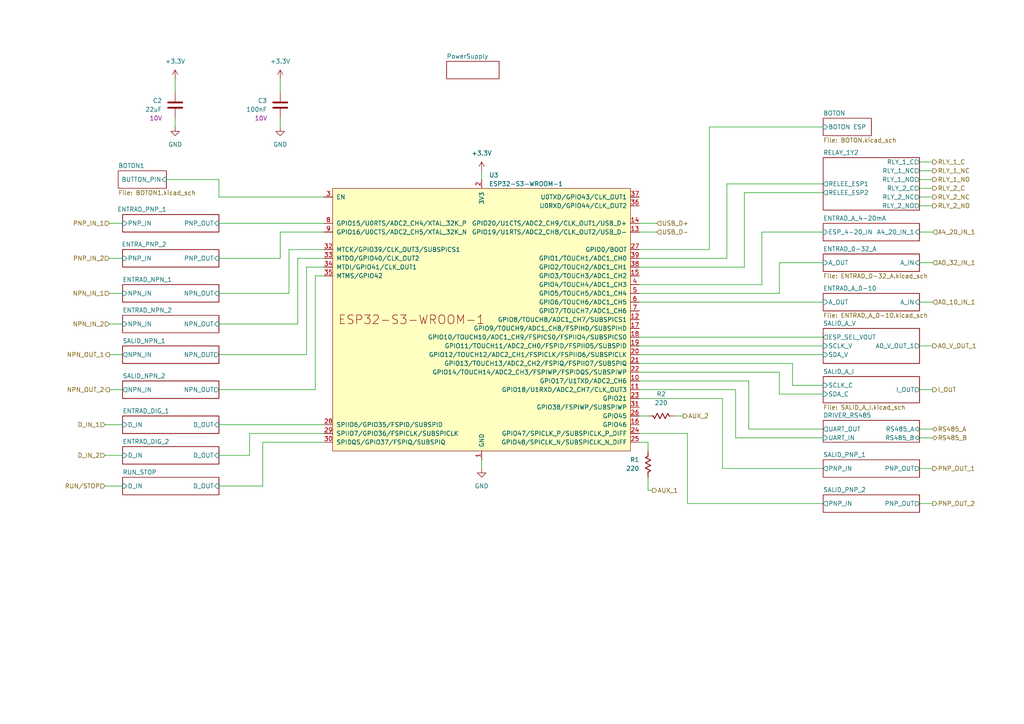
<source format=kicad_sch>
(kicad_sch (version 20250114) (generator "eeschema") (generator_version "9.0")
  (paper "A4")
  (lib_symbols
    (symbol "EasyEDA:+3.3V" (power) (pin_numbers (hide yes)) (pin_names (offset 0) (hide yes))
      (property "Value" "+3.3V" (at 0 3.556 0))
      (symbol "+3.3V_0_1"
        (polyline (pts (xy -0.762 1.27) (xy 0 2.54)))
        (polyline (pts (xy 0 2.54) (xy 0.762 1.27)))
        (polyline (pts (xy 0 0) (xy 0 2.54)))
      )
      (symbol "+3.3V_1_1"
        (pin power_in line (at 0 0 90) (length 0) (name "~") (number "1"))
      )
    )
    (symbol "EasyEDA:C_0603" (pin_numbers (hide yes)) (pin_names (offset 0.254))
      (property "Reference" "C" (at 0.635 2.54 0))
      (property "Value" "C_0603" (at 0.635 -2.54 0))
      (symbol "C_0603_0_1"
        (polyline (pts (xy -2.032 0.762) (xy 2.032 0.762)) (stroke (width 0.508)))
        (polyline (pts (xy -2.032 -0.762) (xy 2.032 -0.762)) (stroke (width 0.508)))
      )
      (symbol "C_0603_0_2"
        (polyline (pts (xy -2.54 -2.54) (xy -0.381 -0.381)))
        (polyline (pts (xy -0.508 -0.508) (xy -1.651 0.635)) (stroke (width 0.508)))
        (polyline (pts (xy -0.508 -0.508) (xy 0.635 -1.651)) (stroke (width 0.508)))
        (polyline (pts (xy 0.381 0.381) (xy 2.54 2.54)))
        (polyline (pts (xy 0.508 0.508) (xy -0.635 1.651)) (stroke (width 0.508)))
        (polyline (pts (xy 0.508 0.508) (xy 1.651 -0.635)) (stroke (width 0.508)))
      )
      (symbol "C_0603_1_1"
        (pin passive line (at 0 3.81 270) (length 2.794) (name "~") (number "1"))
        (pin passive line (at 0 -3.81 90) (length 2.794) (name "~") (number "2"))
      )
      (symbol "C_0603_1_2"
        (pin passive line (at -2.54 -2.54 90) (length 0) (name "~") (number "2"))
        (pin passive line (at 2.54 2.54 270) (length 0) (name "~") (number "1"))
      )
    )
    (symbol "EasyEDA:ESP32-S3-WROOM-1" (pin_names (offset 1.016))
      (property "Reference" "U" (at -43.18 43.18 0))
      (property "Value" "ESP32-S3-WROOM-1" (at -43.18 40.64 0))
      (symbol "ESP32-S3-WROOM-1_0_0"
        (text "ESP32-S3-WROOM-1" (at -20.32 0 0) (effects (font (size 2.54 2.54))))
        (pin input line (at -45.72 35.56 0) (length 2.54) (name "EN") (number "3"))
        (pin bidirectional line (at -45.72 27.94 0) (length 2.54) (name "GPIO15/U0RTS/ADC2_CH4/XTAL_32K_P") (number "8"))
        (pin bidirectional line (at -45.72 25.4 0) (length 2.54) (name "GPIO16/U0CTS/ADC2_CH5/XTAL_32K_N") (number "9"))
        (pin bidirectional line (at -45.72 20.32 0) (length 2.54) (name "MTCK/GPIO39/CLK_OUT3/SUBSPICS1") (number "32"))
        (pin bidirectional line (at -45.72 17.78 0) (length 2.54) (name "MTDO/GPIO40/CLK_OUT2") (number "33"))
        (pin bidirectional line (at -45.72 15.24 0) (length 2.54) (name "MTDI/GPIO41/CLK_OUT1") (number "34"))
        (pin bidirectional line (at -45.72 12.7 0) (length 2.54) (name "MTMS/GPIO42") (number "35"))
        (pin bidirectional line (at -45.72 -30.48 0) (length 2.54) (name "SPIIO6/GPIO35/FSPID/SUBSPID") (number "28"))
        (pin bidirectional line (at -45.72 -33.02 0) (length 2.54) (name "SPIIO7/GPIO36/FSPICLK/SUBSPICLK") (number "29"))
        (pin bidirectional line (at -45.72 -35.56 0) (length 2.54) (name "SPIDQS/GPIO37/FSPIQ/SUBSPIQ") (number "30"))
        (pin power_in line (at 0 40.64 270) (length 2.54) (name "3V3") (number "2"))
        (pin power_in line (at 0 -40.64 90) (length 2.54) (name "GND") (number "1"))
        (pin passive line (at 0 -40.64 90) (length 2.54) (hide yes) (name "GND") (number "40"))
        (pin passive line (at 0 -40.64 90) (length 2.54) (hide yes) (name "GND") (number "41"))
        (pin bidirectional line (at 45.72 35.56 180) (length 2.54) (name "U0TXD/GPIO43/CLK_OUT1") (number "37"))
        (pin bidirectional line (at 45.72 33.02 180) (length 2.54) (name "U0RXD/GPIO44/CLK_OUT2") (number "36"))
        (pin bidirectional line (at 45.72 27.94 180) (length 2.54) (name "GPIO20/U1CTS/ADC2_CH9/CLK_OUT1/USB_D+") (number "14"))
        (pin bidirectional line (at 45.72 25.4 180) (length 2.54) (name "GPIO19/U1RTS/ADC2_CH8/CLK_OUT2/USB_D-") (number "13"))
        (pin bidirectional line (at 45.72 20.32 180) (length 2.54) (name "GPIO0/BOOT") (number "27"))
        (pin bidirectional line (at 45.72 17.78 180) (length 2.54) (name "GPIO1/TOUCH1/ADC1_CH0") (number "39"))
        (pin bidirectional line (at 45.72 15.24 180) (length 2.54) (name "GPIO2/TOUCH2/ADC1_CH1") (number "38"))
        (pin bidirectional line (at 45.72 12.7 180) (length 2.54) (name "GPIO3/TOUCH3/ADC1_CH2") (number "15"))
        (pin bidirectional line (at 45.72 10.16 180) (length 2.54) (name "GPIO4/TOUCH4/ADC1_CH3") (number "4"))
        (pin bidirectional line (at 45.72 7.62 180) (length 2.54) (name "GPIO5/TOUCH5/ADC1_CH4") (number "5"))
        (pin bidirectional line (at 45.72 5.08 180) (length 2.54) (name "GPIO6/TOUCH6/ADC1_CH5") (number "6"))
        (pin bidirectional line (at 45.72 2.54 180) (length 2.54) (name "GPIO7/TOUCH7/ADC1_CH6") (number "7"))
        (pin bidirectional line (at 45.72 0 180) (length 2.54) (name "GPIO8/TOUCH8/ADC1_CH7/SUBSPICS1") (number "12"))
        (pin bidirectional line (at 45.72 -2.54 180) (length 2.54) (name "GPIO9/TOUCH9/ADC1_CH8/FSPIHD/SUBSPIHD") (number "17"))
        (pin bidirectional line (at 45.72 -5.08 180) (length 2.54) (name "GPIO10/TOUCH10/ADC1_CH9/FSPICS0/FSPIIO4/SUBSPICS0") (number "18"))
        (pin bidirectional line (at 45.72 -7.62 180) (length 2.54) (name "GPIO11/TOUCH11/ADC2_CH0/FSPID/FSPIIO5/SUBSPID") (number "19"))
        (pin bidirectional line (at 45.72 -10.16 180) (length 2.54) (name "GPIO12/TOUCH12/ADC2_CH1/FSPICLK/FSPIIO6/SUBSPICLK") (number "20"))
        (pin bidirectional line (at 45.72 -12.7 180) (length 2.54) (name "GPIO13/TOUCH13/ADC2_CH2/FSPIQ/FSPIIO7/SUBSPIQ") (number "21"))
        (pin bidirectional line (at 45.72 -15.24 180) (length 2.54) (name "GPIO14/TOUCH14/ADC2_CH3/FSPIWP/FSPIDQS/SUBSPIWP") (number "22"))
        (pin bidirectional line (at 45.72 -17.78 180) (length 2.54) (name "GPIO17/U1TXD/ADC2_CH6") (number "10"))
        (pin bidirectional line (at 45.72 -20.32 180) (length 2.54) (name "GPIO18/U1RXD/ADC2_CH7/CLK_OUT3") (number "11"))
        (pin bidirectional line (at 45.72 -22.86 180) (length 2.54) (name "GPIO21") (number "23"))
        (pin bidirectional line (at 45.72 -25.4 180) (length 2.54) (name "GPIO38/FSPIWP/SUBSPIWP") (number "31"))
        (pin bidirectional line (at 45.72 -27.94 180) (length 2.54) (name "GPIO45") (number "26"))
        (pin bidirectional line (at 45.72 -30.48 180) (length 2.54) (name "GPIO46") (number "16"))
        (pin bidirectional line (at 45.72 -33.02 180) (length 2.54) (name "GPIO47/SPICLK_P/SUBSPICLK_P_DIFF") (number "24"))
        (pin bidirectional line (at 45.72 -35.56 180) (length 2.54) (name "GPIO48/SPICLK_N/SUBSPICLK_N_DIFF") (number "25"))
      )
      (symbol "ESP32-S3-WROOM-1_0_1"
        (rectangle (start -43.18 38.1) (end 43.18 -38.1) (fill (type background)))
      )
    )
    (symbol "EasyEDA:GND" (power) (pin_numbers (hide yes)) (pin_names (offset 0) (hide yes))
      (property "Value" "GND" (at 0 -3.81 0))
      (symbol "GND_0_1"
        (polyline (pts (xy 0 0) (xy 0 -1.27) (xy 1.27 -1.27) (xy 0 -2.54) (xy -1.27 -1.27) (xy 0 -1.27)))
      )
      (symbol "GND_1_1"
        (pin power_in line (at 0 0 270) (length 0) (name "~") (number "1"))
      )
    )
    (symbol "EasyEDA:R_0603" (pin_numbers (hide yes)) (pin_names (offset 0))
      (property "Reference" "R" (at 2.54 1.27 0))
      (property "Value" "R_0603" (at 2.54 -1.27 0))
      (symbol "R_0603_0_1"
        (polyline (pts (xy 0 2.286) (xy 0 2.54)) (stroke (width 0.254)))
        (polyline (pts (xy 0 2.286) (xy 0.762 1.905) (xy -0.762 1.143) (xy 0 0.762) (xy 0.762 0.381) (xy 0 0) (xy -0.762 -0.381) (xy 0 -0.762) (xy 0.762 -1.143) (xy 0 -1.524) (xy -0.762 -1.905) (xy 0 -2.286)) (stroke (width 0.254)))
        (polyline (pts (xy 0 -2.286) (xy 0 -2.54)) (stroke (width 0.254)))
      )
      (symbol "R_0603_0_2"
        (polyline (pts (xy -2.54 -2.54) (xy -1.778 -1.778)))
        (polyline (pts (xy -1.778 -1.778) (xy -1.524 -1.524)) (stroke (width 0.254)))
        (polyline (pts (xy -1.524 -1.524) (xy -1.778 -0.762) (xy -1.016 -1.016)) (stroke (width 0.254)))
        (polyline (pts (xy -0.508 -0.508) (xy -0.762 0.254) (xy 0 0)) (stroke (width 0.254)))
        (polyline (pts (xy -0.508 -0.508) (xy -0.254 -1.27) (xy -1.016 -1.016)) (stroke (width 0.254)))
        (polyline (pts (xy 0.508 0.508) (xy 0.254 1.27) (xy 1.016 1.016)) (stroke (width 0.254)))
        (polyline (pts (xy 0.508 0.508) (xy 0.762 -0.254) (xy 0 0)) (stroke (width 0.254)))
        (polyline (pts (xy 1.524 1.524) (xy 1.778 0.762) (xy 1.016 1.016)) (stroke (width 0.254)))
        (polyline (pts (xy 1.778 1.778) (xy 1.524 1.524)) (stroke (width 0.254)))
        (polyline (pts (xy 1.778 1.778) (xy 2.54 2.54)))
      )
      (symbol "R_0603_1_1"
        (pin passive line (at 0 3.81 270) (length 1.27) (name "~") (number "1"))
        (pin passive line (at 0 -3.81 90) (length 1.27) (name "~") (number "2"))
      )
      (symbol "R_0603_1_2"
        (pin passive line (at -2.54 -2.54 0) (length 0) (name "") (number "2"))
        (pin passive line (at 2.54 2.54 180) (length 0) (name "") (number "1"))
      )
    )
  )
  (wire (pts (xy 30.48 123.19) (xy 35.56 123.19)))
  (wire (pts (xy 50.8 34.29) (xy 50.8 36.83)))
  (wire (pts (xy 81.28 67.31) (xy 93.98 67.31)))
  (wire (pts (xy 187.96 138.43) (xy 187.96 142.24)))
  (wire (pts (xy 81.28 22.86) (xy 81.28 26.67)))
  (wire (pts (xy 205.74 36.83) (xy 238.76 36.83)))
  (wire (pts (xy 226.06 76.2) (xy 226.06 85.09)))
  (wire (pts (xy 226.06 76.2) (xy 238.76 76.2)))
  (wire (pts (xy 266.7 87.63) (xy 270.51 87.63)))
  (wire (pts (xy 213.36 127) (xy 238.76 127)))
  (wire (pts (xy 199.39 125.73) (xy 199.39 146.05)))
  (wire (pts (xy 229.87 111.76) (xy 238.76 111.76)))
  (wire (pts (xy 215.9 77.47) (xy 185.42 77.47)))
  (wire (pts (xy 266.7 113.03) (xy 270.51 113.03)))
  (wire (pts (xy 266.7 49.53) (xy 270.51 49.53)))
  (wire (pts (xy 266.7 59.69) (xy 270.51 59.69)))
  (wire (pts (xy 139.7 49.53) (xy 139.7 52.07)))
  (wire (pts (xy 81.28 74.93) (xy 81.28 67.31)))
  (wire (pts (xy 83.82 85.09) (xy 83.82 72.39)))
  (wire (pts (xy 220.98 67.31) (xy 238.76 67.31)))
  (wire (pts (xy 190.5 67.31) (xy 185.42 67.31)))
  (wire (pts (xy 88.9 102.87) (xy 88.9 77.47)))
  (wire (pts (xy 91.44 80.01) (xy 91.44 113.03)))
  (wire (pts (xy 213.36 127) (xy 213.36 113.03)))
  (wire (pts (xy 31.75 93.98) (xy 35.56 93.98)))
  (wire (pts (xy 187.96 128.27) (xy 185.42 128.27)))
  (wire (pts (xy 266.7 57.15) (xy 270.51 57.15)))
  (wire (pts (xy 63.5 74.93) (xy 81.28 74.93)))
  (wire (pts (xy 72.39 132.08) (xy 63.5 132.08)))
  (wire (pts (xy 88.9 77.47) (xy 93.98 77.47)))
  (wire (pts (xy 48.26 52.07) (xy 63.5 52.07)))
  (wire (pts (xy 199.39 125.73) (xy 185.42 125.73)))
  (wire (pts (xy 266.7 127) (xy 270.51 127)))
  (wire (pts (xy 210.82 74.93) (xy 185.42 74.93)))
  (wire (pts (xy 266.7 76.2) (xy 270.51 76.2)))
  (wire (pts (xy 226.06 85.09) (xy 185.42 85.09)))
  (wire (pts (xy 187.96 130.81) (xy 187.96 128.27)))
  (wire (pts (xy 190.5 64.77) (xy 185.42 64.77)))
  (wire (pts (xy 63.5 123.19) (xy 93.98 123.19)))
  (wire (pts (xy 217.17 124.46) (xy 217.17 110.49)))
  (wire (pts (xy 86.36 74.93) (xy 86.36 93.98)))
  (wire (pts (xy 139.7 133.35) (xy 139.7 135.89)))
  (wire (pts (xy 229.87 105.41) (xy 229.87 111.76)))
  (wire (pts (xy 266.7 67.31) (xy 270.51 67.31)))
  (wire (pts (xy 86.36 74.93) (xy 93.98 74.93)))
  (wire (pts (xy 91.44 80.01) (xy 93.98 80.01)))
  (wire (pts (xy 81.28 34.29) (xy 81.28 36.83)))
  (wire (pts (xy 209.55 115.57) (xy 209.55 135.89)))
  (wire (pts (xy 226.06 114.3) (xy 238.76 114.3)))
  (wire (pts (xy 209.55 115.57) (xy 185.42 115.57)))
  (wire (pts (xy 213.36 113.03) (xy 185.42 113.03)))
  (wire (pts (xy 50.8 22.86) (xy 50.8 26.67)))
  (wire (pts (xy 31.75 85.09) (xy 35.56 85.09)))
  (wire (pts (xy 93.98 125.73) (xy 72.39 125.73)))
  (wire (pts (xy 210.82 53.34) (xy 238.76 53.34)))
  (wire (pts (xy 185.42 120.65) (xy 187.96 120.65)))
  (wire (pts (xy 63.5 52.07) (xy 63.5 57.15)))
  (wire (pts (xy 217.17 110.49) (xy 185.42 110.49)))
  (wire (pts (xy 266.7 46.99) (xy 270.51 46.99)))
  (wire (pts (xy 76.2 140.97) (xy 63.5 140.97)))
  (wire (pts (xy 266.7 52.07) (xy 270.51 52.07)))
  (wire (pts (xy 63.5 64.77) (xy 93.98 64.77)))
  (wire (pts (xy 215.9 55.88) (xy 215.9 77.47)))
  (wire (pts (xy 31.75 74.93) (xy 35.56 74.93)))
  (wire (pts (xy 215.9 55.88) (xy 238.76 55.88)))
  (wire (pts (xy 93.98 128.27) (xy 76.2 128.27)))
  (wire (pts (xy 209.55 135.89) (xy 238.76 135.89)))
  (wire (pts (xy 266.7 54.61) (xy 270.51 54.61)))
  (wire (pts (xy 266.7 100.33) (xy 270.51 100.33)))
  (wire (pts (xy 185.42 100.33) (xy 238.76 100.33)))
  (wire (pts (xy 83.82 72.39) (xy 93.98 72.39)))
  (wire (pts (xy 31.75 113.03) (xy 35.56 113.03)))
  (wire (pts (xy 63.5 113.03) (xy 91.44 113.03)))
  (wire (pts (xy 226.06 107.95) (xy 226.06 114.3)))
  (wire (pts (xy 185.42 107.95) (xy 226.06 107.95)))
  (wire (pts (xy 210.82 53.34) (xy 210.82 74.93)))
  (wire (pts (xy 63.5 57.15) (xy 93.98 57.15)))
  (wire (pts (xy 217.17 124.46) (xy 238.76 124.46)))
  (wire (pts (xy 220.98 82.55) (xy 185.42 82.55)))
  (wire (pts (xy 72.39 125.73) (xy 72.39 132.08)))
  (wire (pts (xy 185.42 105.41) (xy 229.87 105.41)))
  (wire (pts (xy 185.42 72.39) (xy 205.74 72.39)))
  (wire (pts (xy 266.7 146.05) (xy 270.51 146.05)))
  (wire (pts (xy 63.5 85.09) (xy 83.82 85.09)))
  (wire (pts (xy 31.75 102.87) (xy 35.56 102.87)))
  (wire (pts (xy 76.2 128.27) (xy 76.2 140.97)))
  (wire (pts (xy 185.42 97.79) (xy 238.76 97.79)))
  (wire (pts (xy 30.48 132.08) (xy 35.56 132.08)))
  (wire (pts (xy 31.75 64.77) (xy 35.56 64.77)))
  (wire (pts (xy 238.76 146.05) (xy 199.39 146.05)))
  (wire (pts (xy 266.7 124.46) (xy 270.51 124.46)))
  (wire (pts (xy 185.42 87.63) (xy 238.76 87.63)))
  (wire (pts (xy 205.74 36.83) (xy 205.74 72.39)))
  (wire (pts (xy 266.7 135.89) (xy 270.51 135.89)))
  (wire (pts (xy 30.48 140.97) (xy 35.56 140.97)))
  (wire (pts (xy 63.5 93.98) (xy 86.36 93.98)))
  (wire (pts (xy 63.5 102.87) (xy 88.9 102.87)))
  (wire (pts (xy 220.98 67.31) (xy 220.98 82.55)))
  (wire (pts (xy 189.23 142.24) (xy 187.96 142.24)))
  (wire (pts (xy 185.42 102.87) (xy 238.76 102.87)))
  (wire (pts (xy 195.58 120.65) (xy 198.12 120.65)))
  (hierarchical_label "USB_D-" (shape input) (at 190.5 67.31 0))
  (hierarchical_label "D_IN_1" (shape input) (at 30.48 123.19 180))
  (hierarchical_label "RS485_B" (shape bidirectional) (at 270.51 127 0))
  (hierarchical_label "RLY_1_C" (shape output) (at 270.51 46.99 0))
  (hierarchical_label "NPN_OUT_1" (shape output) (at 31.75 102.87 180))
  (hierarchical_label "I_OUT" (shape output) (at 270.51 113.03 0))
  (hierarchical_label "NPN_OUT_2" (shape output) (at 31.75 113.03 180))
  (hierarchical_label "A0_V_OUT_1" (shape output) (at 270.51 100.33 0))
  (hierarchical_label "PNP_IN_1" (shape input) (at 31.75 64.77 180))
  (hierarchical_label "NPN_IN_1" (shape input) (at 31.75 85.09 180))
  (hierarchical_label "RLY_1_NO" (shape output) (at 270.51 52.07 0))
  (hierarchical_label "RLY_1_NC" (shape output) (at 270.51 49.53 0))
  (hierarchical_label "A0_10_IN_1" (shape input) (at 270.51 87.63 0))
  (hierarchical_label "RS485_A" (shape bidirectional) (at 270.51 124.46 0))
  (hierarchical_label "AUX_2" (shape output) (at 198.12 120.65 0))
  (hierarchical_label "PNP_IN_2" (shape input) (at 31.75 74.93 180))
  (hierarchical_label "NPN_IN_2" (shape input) (at 31.75 93.98 180))
  (hierarchical_label "RLY_2_C" (shape output) (at 270.51 54.61 0))
  (hierarchical_label "PNP_OUT_1" (shape output) (at 270.51 135.89 0))
  (hierarchical_label "RLY_2_NC" (shape output) (at 270.51 57.15 0))
  (hierarchical_label "USB_D+" (shape input) (at 190.5 64.77 0))
  (hierarchical_label "A0_32_IN_1" (shape input) (at 270.51 76.2 0))
  (hierarchical_label "A4_20_IN_1" (shape input) (at 270.51 67.31 0))
  (hierarchical_label "RUN{slash}STOP" (shape input) (at 30.48 140.97 180))
  (hierarchical_label "AUX_1" (shape output) (at 189.23 142.24 0))
  (hierarchical_label "D_IN_2" (shape input) (at 30.48 132.08 180))
  (hierarchical_label "PNP_OUT_2" (shape output) (at 270.51 146.05 0))
  (hierarchical_label "RLY_2_NO" (shape output) (at 270.51 59.69 0))
  (symbol (lib_id "EasyEDA:+3.3V") (at 139.7 49.53 0) (unit 1)
    (property "Reference" "#PWR017" (effects (hide yes)))
    (property "Value" "+3.3V" (at 139.7 44.45 0))
    (property "Description" "Power symbol creates a global label with name \"+3.3V\"" (effects (hide yes)))
  )
  (symbol (lib_id "EasyEDA:ESP32-S3-WROOM-1") (at 139.7 92.71 0) (unit 1)
    (property "Reference" "U3" (at 141.8433 50.8 0) (effects (justify left)))
    (property "Value" "ESP32-S3-WROOM-1" (at 141.8433 53.34 0) (effects (justify left)))
    (property "Footprint" "PCM_Espressif:ESP32-S3-WROOM-1" (effects (hide yes)))
    (property "Datasheet" "https://www.espressif.com/sites/default/files/documentation/esp32-s3-wroom-1_wroom-1u_datasheet_en.pdf" (effects (hide yes)))
    (property "Description" "2.4 GHz WiFi (802.11 b/g/n) and Bluetooth ® 5 (LE) module Built around ESP32S3 series of SoCs, Xtensa ® dualcore 32bit LX7 microprocessor Flash up to 16 MB, PSRAM up to 8 MB 36 GPIOs, rich set of peripherals Onboard PCB antenna" (effects (hide yes)))
  )
  (symbol (lib_id "EasyEDA:R_0603") (at 191.77 120.65 90) (mirror x) (unit 1)
    (property "Reference" "R2" (at 191.77 114.3 90))
    (property "Value" "220" (at 191.77 116.84 90))
    (property "Footprint" "PCM_Resistor_SMD_AKL:R_0603_1608Metric" (effects (hide yes)))
    (property "Description" "SMD 0603 Chip Resistor, US Symbol, Alternate KiCad Library" (effects (hide yes)))
  )
  (symbol (lib_id "EasyEDA:C_0603") (at 50.8 30.48 0) (mirror y) (unit 1)
    (property "Reference" "C2" (at 46.99 29.2099 0) (effects (justify left)))
    (property "Value" "22uF" (at 46.99 31.7499 0) (effects (justify left)))
    (property "Footprint" "PCM_Capacitor_SMD_AKL:C_0603_1608Metric" (effects (hide yes)))
    (property "Description" "SMD 0603 MLCC capacitor, Alternate KiCad Library" (effects (hide yes)))
    (property "Vol" "10V" (at 45.212 34.29 0))
  )
  (symbol (lib_id "EasyEDA:GND") (at 139.7 135.89 0) (unit 1)
    (property "Reference" "#PWR018" (effects (hide yes)))
    (property "Value" "GND" (at 139.7 140.97 0))
    (property "Description" "Power symbol creates a global label with name \"GND\" , ground" (effects (hide yes)))
  )
  (symbol (lib_id "EasyEDA:R_0603") (at 187.96 134.62 0) (mirror y) (unit 1)
    (property "Reference" "R1" (at 185.42 133.3499 0) (effects (justify left)))
    (property "Value" "220" (at 185.42 135.8899 0) (effects (justify left)))
    (property "Footprint" "PCM_Resistor_SMD_AKL:R_0603_1608Metric" (effects (hide yes)))
    (property "Description" "SMD 0603 Chip Resistor, US Symbol, Alternate KiCad Library" (effects (hide yes)))
  )
  (symbol (lib_id "EasyEDA:C_0603") (at 81.28 30.48 0) (mirror y) (unit 1)
    (property "Reference" "C3" (at 77.47 29.2099 0) (effects (justify left)))
    (property "Value" "100nF" (at 77.47 31.7499 0) (effects (justify left)))
    (property "Footprint" "PCM_Capacitor_SMD_AKL:C_0603_1608Metric" (effects (hide yes)))
    (property "Description" "SMD 0603 MLCC capacitor, Alternate KiCad Library" (effects (hide yes)))
    (property "Vol" "10V" (at 75.692 34.29 0))
  )
  (symbol (lib_id "EasyEDA:+3.3V") (at 81.28 22.86 0) (unit 1)
    (property "Reference" "#PWR015" (effects (hide yes)))
    (property "Value" "+3.3V" (at 81.28 17.78 0))
    (property "Description" "Power symbol creates a global label with name \"+3.3V\"" (effects (hide yes)))
  )
  (symbol (lib_id "EasyEDA:GND") (at 81.28 36.83 0) (unit 1)
    (property "Reference" "#PWR016" (effects (hide yes)))
    (property "Value" "GND" (at 81.28 41.91 0))
    (property "Description" "Power symbol creates a global label with name \"GND\" , ground" (effects (hide yes)))
  )
  (symbol (lib_id "EasyEDA:+3.3V") (at 50.8 22.86 0) (unit 1)
    (property "Reference" "#PWR013" (effects (hide yes)))
    (property "Value" "+3.3V" (at 50.8 17.78 0))
    (property "Description" "Power symbol creates a global label with name \"+3.3V\"" (effects (hide yes)))
  )
  (symbol (lib_id "EasyEDA:GND") (at 50.8 36.83 0) (unit 1)
    (property "Reference" "#PWR014" (effects (hide yes)))
    (property "Value" "GND" (at 50.8 41.91 0))
    (property "Description" "Power symbol creates a global label with name \"GND\" , ground" (effects (hide yes)))
  )
  (sheet (at 238.76 95.25) (size 27.94 10.16) (stroke (width 0.1524))
    (property "Sheetname" "SALID_A_V" (at 238.76 94.5384 0) (effects (justify left bottom)))
    (property "Sheetfile" "SALID_A_V.kicad_sch" (effects (hide yes)))
    (pin "SCLK_V" input (at 238.76 100.33 180))
    (pin "SDA_V" input (at 238.76 102.87 180))
    (pin "A0_V_OUT_1" output (at 266.7 100.33 0))
    (pin "ESP_SEL_VOUT" output (at 238.76 97.79 180))
  )
  (sheet (at 238.76 85.09) (size 27.94 5.08) (stroke (width 0.1524))
    (property "Sheetname" "ENTRAD_A_0-10" (at 238.76 84.3784 0) (effects (justify left bottom)))
    (property "Sheetfile" "ENTRAD_A_0-10.kicad_sch" (at 238.76 90.7546 0) (effects (justify left top)))
    (pin "A_IN" input (at 266.7 87.63 0))
    (pin "A_OUT" input (at 238.76 87.63 180))
  )
  (sheet (at 238.76 133.35) (size 27.94 5.08) (stroke (width 0.1524))
    (property "Sheetname" "SALID_PNP_1" (at 238.76 132.6384 0) (effects (justify left bottom)))
    (property "Sheetfile" "SALID_PNP_1.kicad_sch" (effects (hide yes)))
    (pin "PNP_IN" output (at 238.76 135.89 180))
    (pin "PNP_OUT" output (at 266.7 135.89 0))
  )
  (sheet (at 238.76 109.22) (size 27.94 7.62) (stroke (width 0.1524))
    (property "Sheetname" "SALID_A_I" (at 238.76 108.5084 0) (effects (justify left bottom)))
    (property "Sheetfile" "SALID_A_I.kicad_sch" (at 238.76 117.4246 0) (effects (justify left top)))
    (pin "I_OUT" output (at 266.7 113.03 0))
    (pin "SCLK_C" input (at 238.76 111.76 180))
    (pin "SDA_C" input (at 238.76 114.3 180))
  )
  (sheet (at 238.76 143.51) (size 27.94 5.08) (stroke (width 0.1524))
    (property "Sheetname" "SALID_PNP_2" (at 238.76 142.7984 0) (effects (justify left bottom)))
    (property "Sheetfile" "SALID_PNP_2.kicad_sch" (effects (hide yes)))
    (pin "PNP_IN" output (at 238.76 146.05 180))
    (pin "PNP_OUT" output (at 266.7 146.05 0))
  )
  (sheet (at 35.56 129.54) (size 27.94 5.08) (stroke (width 0.1524))
    (property "Sheetname" "ENTRAD_DIG_2" (at 35.56 128.8284 0) (effects (justify left bottom)))
    (property "Sheetfile" "ENTRAD_DIG_2.kicad_sch" (effects (hide yes)))
    (pin "D_IN" input (at 35.56 132.08 180))
    (pin "D_OUT" input (at 63.5 132.08 0))
  )
  (sheet (at 35.56 72.39) (size 27.94 5.08) (stroke (width 0.1524))
    (property "Sheetname" "ENTRA_PNP_2" (at 35.306 71.628 0) (effects (justify left bottom)))
    (property "Sheetfile" "ENTRA_PNP_2.kicad_sch" (effects (hide yes)))
    (pin "PNP_IN" input (at 35.56 74.93 180))
    (pin "PNP_OUT" input (at 63.5 74.93 0))
  )
  (sheet (at 35.56 62.23) (size 27.94 5.08) (stroke (width 0.1524))
    (property "Sheetname" "ENTRAD_PNP_1" (at 34.036 61.468 0) (effects (justify left bottom)))
    (property "Sheetfile" "ENTRAD_PNP_1.kicad_sch" (effects (hide yes)))
    (pin "PNP_IN" input (at 35.56 64.77 180))
    (pin "PNP_OUT" input (at 63.5 64.77 0))
  )
  (sheet (at 35.56 120.65) (size 27.94 5.08) (stroke (width 0.1524))
    (property "Sheetname" "ENTRAD_DIG_1" (at 35.56 119.9384 0) (effects (justify left bottom)))
    (property "Sheetfile" "ENTRAD_DIG_1.kicad_sch" (effects (hide yes)))
    (pin "D_IN" input (at 35.56 123.19 180))
    (pin "D_OUT" input (at 63.5 123.19 0))
  )
  (sheet (at 238.76 73.66) (size 27.94 5.08) (stroke (width 0.1524))
    (property "Sheetname" "ENTRAD_0-32_A" (at 238.76 72.9484 0) (effects (justify left bottom)))
    (property "Sheetfile" "ENTRAD_0-32_A.kicad_sch" (at 238.76 79.3246 0) (effects (justify left top)))
    (pin "A_IN" input (at 266.7 76.2 0))
    (pin "A_OUT" input (at 238.76 76.2 180))
  )
  (sheet (at 35.56 82.55) (size 27.94 5.08) (stroke (width 0.1524))
    (property "Sheetname" "ENTRAD_NPN_1" (at 35.56 81.8384 0) (effects (justify left bottom)))
    (property "Sheetfile" "ENTRAD_NPN_1.kicad_sch" (effects (hide yes)))
    (pin "NPN_IN" input (at 35.56 85.09 180))
    (pin "NPN_OUT" input (at 63.5 85.09 0))
  )
  (sheet (at 35.56 138.43) (size 27.94 5.08) (stroke (width 0.1524))
    (property "Sheetname" "RUN_STOP" (at 35.56 137.7184 0) (effects (justify left bottom)))
    (property "Sheetfile" "D_IN.kicad_sch" (effects (hide yes)))
    (pin "D_IN" input (at 35.56 140.97 180))
    (pin "D_OUT" input (at 63.5 140.97 0))
  )
  (sheet (at 35.56 100.33) (size 27.94 5.08) (stroke (width 0.1524))
    (property "Sheetname" "SALID_NPN_1" (at 35.56 99.6184 0) (effects (justify left bottom)))
    (property "Sheetfile" "SALID_NPN_1.kicad_sch" (effects (hide yes)))
    (pin "NPN_IN" output (at 35.56 102.87 180))
    (pin "NPN_OUT" output (at 63.5 102.87 0))
  )
  (sheet (at 34.29 49.53) (size 13.97 5.08) (stroke (width 0.1524))
    (property "Sheetname" "BOTON1" (at 34.29 48.8184 0) (effects (justify left bottom)))
    (property "Sheetfile" "BOTON1.kicad_sch" (at 34.29 55.1946 0) (effects (justify left top)))
    (pin "BUTTON_PIN" input (at 48.26 52.07 0))
  )
  (sheet (at 35.56 91.44) (size 27.94 5.08) (stroke (width 0.1524))
    (property "Sheetname" "ENTRAD_NPN_2" (at 35.56 90.7284 0) (effects (justify left bottom)))
    (property "Sheetfile" "ENTRAD_NPN_2.kicad_sch" (effects (hide yes)))
    (pin "NPN_IN" input (at 35.56 93.98 180))
    (pin "NPN_OUT" input (at 63.5 93.98 0))
  )
  (sheet (at 129.54 17.78) (size 15.24 5.08) (stroke (width 0.1524))
    (property "Sheetname" "PowerSupply" (at 129.54 17.0684 0) (effects (justify left bottom)))
    (property "Sheetfile" "PowerSupply.kicad_sch" (effects (hide yes)))
  )
  (sheet (at 238.76 121.92) (size 27.94 6.35) (stroke (width 0.1524))
    (property "Sheetname" "DRIVER_RS485" (at 238.76 121.2084 0) (effects (justify left bottom)))
    (property "Sheetfile" "DRIVER_RS485.kicad_sch" (effects (hide yes)))
    (pin "RS485_A" bidirectional (at 266.7 124.46 0))
    (pin "RS485_B" bidirectional (at 266.7 127 0))
    (pin "UART_IN" input (at 238.76 127 180))
    (pin "UART_OUT" output (at 238.76 124.46 180))
  )
  (sheet (at 238.76 34.29) (size 13.97 5.08) (stroke (width 0.1524))
    (property "Sheetname" "BOTON" (at 238.76 33.5784 0) (effects (justify left bottom)))
    (property "Sheetfile" "BOTON.kicad_sch" (at 238.76 39.9546 0) (effects (justify left top)))
    (pin "BOTON ESP" input (at 238.76 36.83 180))
  )
  (sheet (at 238.76 64.77) (size 27.94 5.08) (stroke (width 0.1524))
    (property "Sheetname" "ENTRAD_A_4-20mA" (at 238.76 64.0584 0) (effects (justify left bottom)))
    (property "Sheetfile" "ENTRAD_A_4-20mA.kicad_sch" (effects (hide yes)))
    (pin "A4_20_IN_1" input (at 266.7 67.31 0))
    (pin "ESP_4-20_IN" input (at 238.76 67.31 180))
  )
  (sheet (at 238.76 45.72) (size 27.94 15.24) (stroke (width 0.1524))
    (property "Sheetname" "RELAY_1Y2" (at 238.76 45.0084 0) (effects (justify left bottom)))
    (property "Sheetfile" "RELAY_1Y2.kicad_sch" (effects (hide yes)))
    (pin "RELEE_ESP1" output (at 238.76 53.34 180))
    (pin "RELEE_ESP2" output (at 238.76 55.88 180))
    (pin "RLY_1_C" output (at 266.7 46.99 0))
    (pin "RLY_1_NC" output (at 266.7 49.53 0))
    (pin "RLY_1_NO" output (at 266.7 52.07 0))
    (pin "RLY_2_C" output (at 266.7 54.61 0))
    (pin "RLY_2_NC" output (at 266.7 57.15 0))
    (pin "RLY_2_NO" output (at 266.7 59.69 0))
  )
  (sheet (at 35.56 110.49) (size 27.94 5.08) (stroke (width 0.1524))
    (property "Sheetname" "SALID_NPN_2" (at 35.56 109.7784 0) (effects (justify left bottom)))
    (property "Sheetfile" "SALID_NPN_2.kicad_sch" (effects (hide yes)))
    (pin "NPN_IN" output (at 35.56 113.03 180))
    (pin "NPN_OUT" output (at 63.5 113.03 0))
  )
)
</source>
